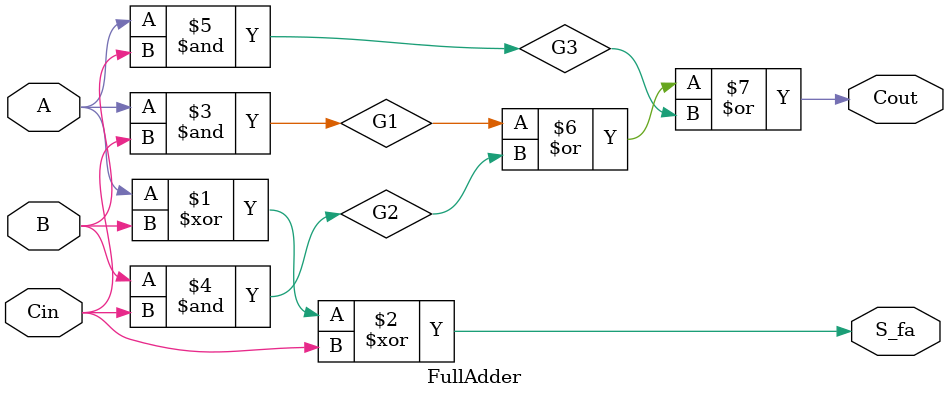
<source format=v>
`timescale 1ps/1ps

module rca(A, B, S_rca, O_rca);
  input [3:0] A, B;
  output O_rca;
  output [3:0] S_rca;
  wire wire0, wire1, wire2, wire3;
  
  FullAdder fa_1(A[0], B[0], 1'b0, wire0, S_rca[0]);
  FullAdder fa_2(A[1], B[1], wire0, wire1, S_rca[1]);
  FullAdder fa_3(A[2], B[2], wire1, wire2, S_rca[2]);
  FullAdder fa_4(A[3], B[3], wire2, wire3, S_rca[3]);

  assign #30 O_rca = wire2 ^ wire3;
endmodule

module FullAdder(A, B, Cin, Cout, S_fa);
  input A, B, Cin;
  output Cout, S_fa;
  wire G1, G2, G3;
  
  assign #45 S_fa = A ^ B ^ Cin;
  assign #20 G1 = A & Cin;
  assign #20 G2 = B & Cin;
  assign #20 G3 = A & B;
  assign #30 Cout = G1 | G2 | G3;

endmodule

</source>
